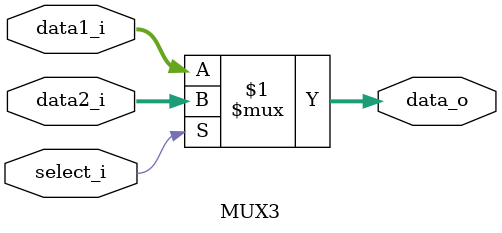
<source format=v>
module MUX3(
	data1_i,
	data2_i,
	select_i,
	data_o
);

input [2:0] data1_i, data2_i;
input select_i;
output[2:0] data_o;

assign data_o = select_i ? data2_i : data1_i ;

endmodule
 
</source>
